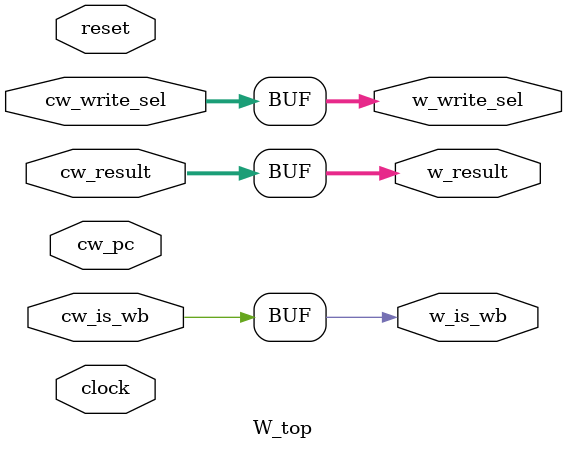
<source format=v>

module W_top(
  //Inputs
  input clock, reset,
  input [31:0] cw_pc,
  input [4:0] cw_write_sel,
  input [31:0] cw_result,
  input cw_is_wb,
  //Outputs
  output [4:0] w_write_sel,
  output [31:0] w_result,
  output w_is_wb
);

//Out
assign w_write_sel = cw_write_sel;
assign w_result = cw_result;
assign w_is_wb = cw_is_wb;

endmodule
</source>
